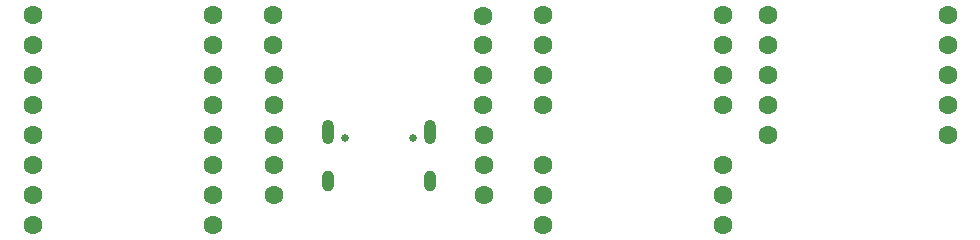
<source format=gbr>
%TF.GenerationSoftware,KiCad,Pcbnew,7.0.10*%
%TF.CreationDate,2024-01-22T07:53:43+01:00*%
%TF.ProjectId,smd_breadboard,736d645f-6272-4656-9164-626f6172642e,rev?*%
%TF.SameCoordinates,Original*%
%TF.FileFunction,Soldermask,Bot*%
%TF.FilePolarity,Negative*%
%FSLAX46Y46*%
G04 Gerber Fmt 4.6, Leading zero omitted, Abs format (unit mm)*
G04 Created by KiCad (PCBNEW 7.0.10) date 2024-01-22 07:53:43*
%MOMM*%
%LPD*%
G01*
G04 APERTURE LIST*
%ADD10C,1.600000*%
%ADD11O,1.000000X1.800000*%
%ADD12O,1.000000X2.100000*%
%ADD13C,0.650000*%
G04 APERTURE END LIST*
D10*
%TO.C,*%
X132080000Y-63500000D03*
%TD*%
%TO.C,*%
X149860000Y-63627000D03*
%TD*%
%TO.C,*%
X173990000Y-71120000D03*
%TD*%
%TO.C,*%
X132190000Y-73660000D03*
%TD*%
%TO.C,*%
X132080000Y-66040000D03*
%TD*%
%TO.C,*%
X189230000Y-66040000D03*
%TD*%
%TO.C,*%
X111760000Y-73660000D03*
%TD*%
D11*
%TO.C,USB4105-GF-A*%
X145400000Y-77575000D03*
D12*
X145400000Y-73395000D03*
D11*
X136760000Y-77575000D03*
D12*
X136760000Y-73395000D03*
D13*
X143970000Y-73895000D03*
X138190000Y-73895000D03*
%TD*%
D10*
%TO.C,*%
X111760000Y-71120000D03*
%TD*%
%TO.C,*%
X154940000Y-78740000D03*
%TD*%
%TO.C,*%
X154940000Y-76200000D03*
%TD*%
%TO.C,*%
X154940000Y-66040000D03*
%TD*%
%TO.C,*%
X127000000Y-63500000D03*
%TD*%
%TO.C,*%
X132190000Y-76200000D03*
%TD*%
%TO.C,*%
X170180000Y-71120000D03*
%TD*%
%TO.C,*%
X149860000Y-68580000D03*
%TD*%
%TO.C,*%
X170180000Y-68580000D03*
%TD*%
%TO.C,*%
X149970000Y-76200000D03*
%TD*%
%TO.C,*%
X154940000Y-71120000D03*
%TD*%
%TO.C,*%
X170180000Y-76200000D03*
%TD*%
%TO.C,*%
X189230000Y-63500000D03*
%TD*%
%TO.C,*%
X132190000Y-78740000D03*
%TD*%
%TO.C,*%
X170180000Y-63500000D03*
%TD*%
%TO.C,*%
X111760000Y-78740000D03*
%TD*%
%TO.C,*%
X154940000Y-81280000D03*
%TD*%
%TO.C,*%
X127000000Y-66040000D03*
%TD*%
%TO.C,*%
X154940000Y-63500000D03*
%TD*%
%TO.C,*%
X149860000Y-66040000D03*
%TD*%
%TO.C,*%
X173990000Y-63500000D03*
%TD*%
%TO.C,*%
X149970000Y-78740000D03*
%TD*%
%TO.C,*%
X111760000Y-68580000D03*
%TD*%
%TO.C,*%
X170180000Y-81280000D03*
%TD*%
%TO.C,*%
X173990000Y-68580000D03*
%TD*%
%TO.C,*%
X132190000Y-71120000D03*
%TD*%
%TO.C,*%
X149860000Y-71120000D03*
%TD*%
%TO.C,*%
X111760000Y-81280000D03*
%TD*%
%TO.C,*%
X170180000Y-66040000D03*
%TD*%
%TO.C,*%
X111760000Y-63500000D03*
%TD*%
%TO.C,*%
X127000000Y-71120000D03*
%TD*%
%TO.C,*%
X189230000Y-73660000D03*
%TD*%
%TO.C,*%
X127000000Y-68580000D03*
%TD*%
%TO.C,*%
X132190000Y-68580000D03*
%TD*%
%TO.C,*%
X127000000Y-76200000D03*
%TD*%
%TO.C,*%
X127000000Y-78740000D03*
%TD*%
%TO.C,*%
X189230000Y-68580000D03*
%TD*%
%TO.C,*%
X173990000Y-73660000D03*
%TD*%
%TO.C,*%
X111760000Y-66040000D03*
%TD*%
%TO.C,*%
X173990000Y-66040000D03*
%TD*%
%TO.C,*%
X149970000Y-73660000D03*
%TD*%
%TO.C,*%
X170180000Y-78740000D03*
%TD*%
%TO.C,*%
X154940000Y-68580000D03*
%TD*%
%TO.C,*%
X189230000Y-71120000D03*
%TD*%
%TO.C,*%
X127000000Y-73660000D03*
%TD*%
%TO.C,*%
X127000000Y-81280000D03*
%TD*%
%TO.C,*%
X111760000Y-76200000D03*
%TD*%
M02*

</source>
